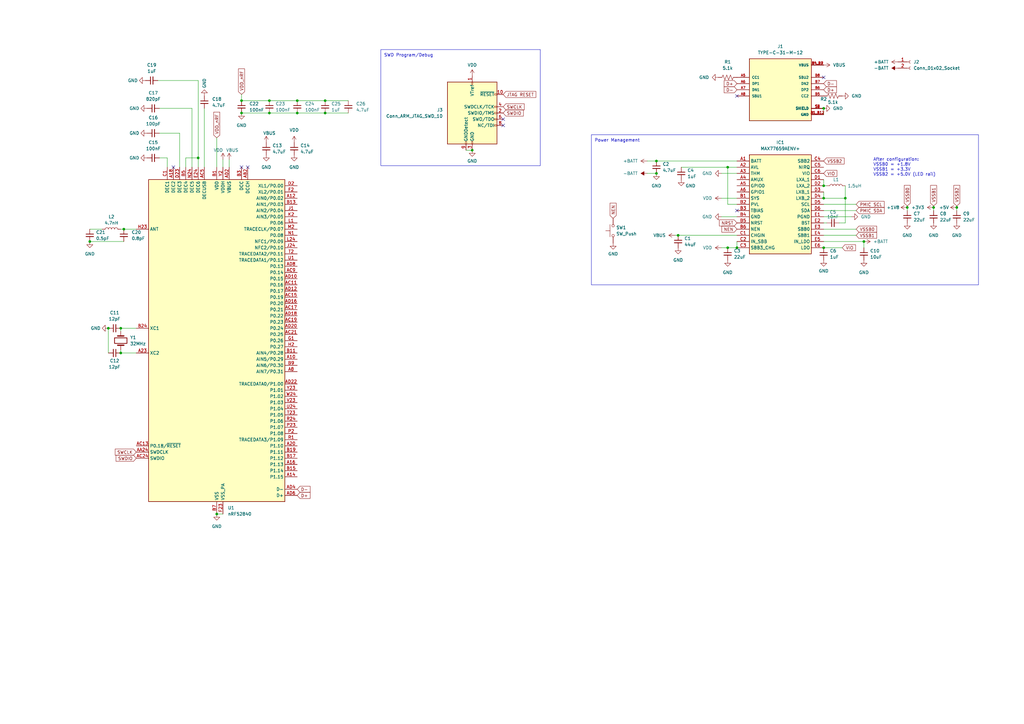
<source format=kicad_sch>
(kicad_sch (version 20230121) (generator eeschema)
  (paper "A3")
  (lib_symbols
    (symbol "Connector:Conn_01x02_Socket" (pin_names (offset 1.016) hide)
      (property "Reference" "J" (at 0 2.54 0))
      (property "Value" "Conn_01x02_Socket" (at 0 -5.08 0))
      (symbol "Conn_01x02_Socket_1_1"
        (arc (start 0 -2.032) (mid -0.5058 -2.54) (end 0 -3.048) (stroke (width 0.1524)))
        (polyline (pts (xy -1.27 -2.54) (xy -0.508 -2.54)) (stroke (width 0.1524)))
        (polyline (pts (xy -1.27 0) (xy -0.508 0)) (stroke (width 0.1524)))
        (arc (start 0 0.508) (mid -0.5058 0) (end 0 -0.508) (stroke (width 0.1524)))
        (pin passive line (at -5.08 0 0) (length 3.81) (name "Pin_1") (number "1"))
        (pin passive line (at -5.08 -2.54 0) (length 3.81) (name "Pin_2") (number "2"))
      )
    )
    (symbol "Connector:Conn_ARM_JTAG_SWD_10" (pin_names (offset 1.016))
      (property "Reference" "J" (at -2.54 16.51 0))
      (property "Value" "Conn_ARM_JTAG_SWD_10" (at -2.54 13.97 0))
      (symbol "Conn_ARM_JTAG_SWD_10_0_1"
        (rectangle (start -10.16 12.7) (end 10.16 -12.7) (stroke (width 0.254)) (fill (type background)))
        (rectangle (start -2.794 -12.7) (end -2.286 -11.684))
        (rectangle (start -0.254 -12.7) (end 0.254 -11.684))
        (rectangle (start -0.254 12.7) (end 0.254 11.684))
        (rectangle (start 9.144 2.286) (end 10.16 2.794))
        (rectangle (start 10.16 -2.794) (end 9.144 -2.286))
        (rectangle (start 10.16 -0.254) (end 9.144 0.254))
        (rectangle (start 10.16 7.874) (end 9.144 7.366))
      )
      (symbol "Conn_ARM_JTAG_SWD_10_1_1"
        (rectangle (start 9.144 -5.334) (end 10.16 -4.826))
        (pin power_in line (at 0 15.24 270) (length 2.54) (name "VTref") (number "1"))
        (pin open_collector line (at 12.7 7.62 180) (length 2.54) (name "~{RESET}") (number "10"))
        (pin bidirectional line (at 12.7 0 180) (length 2.54) (name "SWDIO/TMS") (number "2"))
        (pin power_in line (at 0 -15.24 90) (length 2.54) (name "GND") (number "3"))
        (pin output line (at 12.7 2.54 180) (length 2.54) (name "SWDCLK/TCK") (number "4"))
        (pin passive line (at 0 -15.24 90) (length 2.54) hide (name "GND") (number "5"))
        (pin input line (at 12.7 -2.54 180) (length 2.54) (name "SWO/TDO") (number "6"))
        (pin no_connect line (at -10.16 0 0) (length 2.54) hide (name "KEY") (number "7"))
        (pin output line (at 12.7 -5.08 180) (length 2.54) (name "NC/TDI") (number "8"))
        (pin passive line (at -2.54 -15.24 90) (length 2.54) (name "GNDDetect") (number "9"))
      )
    )
    (symbol "Device:C_Small" (pin_numbers hide) (pin_names (offset 0.254) hide)
      (property "Reference" "C" (at 0.254 1.778 0))
      (property "Value" "C_Small" (at 0.254 -2.032 0))
      (symbol "C_Small_0_1"
        (polyline (pts (xy -1.524 -0.508) (xy 1.524 -0.508)) (stroke (width 0.3302)))
        (polyline (pts (xy -1.524 0.508) (xy 1.524 0.508)) (stroke (width 0.3048)))
      )
      (symbol "C_Small_1_1"
        (pin passive line (at 0 2.54 270) (length 2.032) (name "~") (number "1"))
        (pin passive line (at 0 -2.54 90) (length 2.032) (name "~") (number "2"))
      )
    )
    (symbol "Device:Crystal" (pin_numbers hide) (pin_names (offset 1.016) hide)
      (property "Reference" "Y" (at 0 3.81 0))
      (property "Value" "Crystal" (at 0 -3.81 0))
      (symbol "Crystal_0_1"
        (rectangle (start -1.143 2.54) (end 1.143 -2.54) (stroke (width 0.3048)))
        (polyline (pts (xy -2.54 0) (xy -1.905 0)))
        (polyline (pts (xy -1.905 -1.27) (xy -1.905 1.27)) (stroke (width 0.508)))
        (polyline (pts (xy 1.905 -1.27) (xy 1.905 1.27)) (stroke (width 0.508)))
        (polyline (pts (xy 2.54 0) (xy 1.905 0)))
      )
      (symbol "Crystal_1_1"
        (pin passive line (at -3.81 0 0) (length 1.27) (name "1") (number "1"))
        (pin passive line (at 3.81 0 180) (length 1.27) (name "2") (number "2"))
      )
    )
    (symbol "Device:L" (pin_numbers hide) (pin_names (offset 1.016) hide)
      (property "Reference" "L" (at -1.27 0 90))
      (property "Value" "L" (at 1.905 0 90))
      (symbol "L_0_1"
        (arc (start 0 -2.54) (mid 0.6323 -1.905) (end 0 -1.27))
        (arc (start 0 -1.27) (mid 0.6323 -0.635) (end 0 0))
        (arc (start 0 0) (mid 0.6323 0.635) (end 0 1.27))
        (arc (start 0 1.27) (mid 0.6323 1.905) (end 0 2.54))
      )
      (symbol "L_1_1"
        (pin passive line (at 0 3.81 270) (length 1.27) (name "1") (number "1"))
        (pin passive line (at 0 -3.81 90) (length 1.27) (name "2") (number "2"))
      )
    )
    (symbol "Device:R_US" (pin_numbers hide) (pin_names (offset 0))
      (property "Reference" "R" (at 2.54 0 90))
      (property "Value" "R_US" (at -2.54 0 90))
      (symbol "R_US_0_1"
        (polyline (pts (xy 0 -2.286) (xy 0 -2.54)))
        (polyline (pts (xy 0 2.286) (xy 0 2.54)))
        (polyline (pts (xy 0 -0.762) (xy 1.016 -1.143) (xy 0 -1.524) (xy -1.016 -1.905) (xy 0 -2.286)))
        (polyline (pts (xy 0 0.762) (xy 1.016 0.381) (xy 0 0) (xy -1.016 -0.381) (xy 0 -0.762)))
        (polyline (pts (xy 0 2.286) (xy 1.016 1.905) (xy 0 1.524) (xy -1.016 1.143) (xy 0 0.762)))
      )
      (symbol "R_US_1_1"
        (pin passive line (at 0 3.81 270) (length 1.27) (name "~") (number "1"))
        (pin passive line (at 0 -3.81 90) (length 1.27) (name "~") (number "2"))
      )
    )
    (symbol "MAX77659AENV+:MAX77659AENV+"
      (property "Reference" "IC" (at 31.75 7.62 0))
      (property "Value" "MAX77659AENV+" (at 31.75 5.08 0))
      (symbol "MAX77659AENV+_1_1"
        (rectangle (start 5.08 2.54) (end 30.48 -38.1) (stroke (width 0.254)) (fill (type background)))
        (pin passive line (at 0 0 0) (length 5.08) (name "BATT") (number "A1"))
        (pin passive line (at 0 -2.54 0) (length 5.08) (name "AVL") (number "A2"))
        (pin passive line (at 0 -5.08 0) (length 5.08) (name "THM") (number "A3"))
        (pin passive line (at 0 -7.62 0) (length 5.08) (name "AMUX") (number "A4"))
        (pin passive line (at 0 -10.16 0) (length 5.08) (name "GPIO0") (number "A5"))
        (pin passive line (at 0 -12.7 0) (length 5.08) (name "GPIO1") (number "A6"))
        (pin passive line (at 0 -15.24 0) (length 5.08) (name "SYS") (number "B1"))
        (pin passive line (at 0 -17.78 0) (length 5.08) (name "PVL") (number "B2"))
        (pin passive line (at 0 -20.32 0) (length 5.08) (name "TBIAS") (number "B3"))
        (pin passive line (at 0 -22.86 0) (length 5.08) (name "GND") (number "B4"))
        (pin passive line (at 0 -25.4 0) (length 5.08) (name "NRST") (number "B5"))
        (pin passive line (at 0 -27.94 0) (length 5.08) (name "NEN") (number "B6"))
        (pin passive line (at 0 -30.48 0) (length 5.08) (name "CHGIN") (number "C1"))
        (pin passive line (at 0 -33.02 0) (length 5.08) (name "IN_SBB") (number "C2"))
        (pin passive line (at 0 -35.56 0) (length 5.08) (name "SBB3_CHG") (number "C3"))
        (pin passive line (at 35.56 0 180) (length 5.08) (name "SBB2") (number "C4"))
        (pin passive line (at 35.56 -2.54 180) (length 5.08) (name "NIRQ") (number "C5"))
        (pin passive line (at 35.56 -5.08 180) (length 5.08) (name "VIO") (number "C6"))
        (pin passive line (at 35.56 -7.62 180) (length 5.08) (name "LXA_1") (number "D1"))
        (pin passive line (at 35.56 -10.16 180) (length 5.08) (name "LXA_2") (number "D2"))
        (pin passive line (at 35.56 -12.7 180) (length 5.08) (name "LXB_1") (number "D3"))
        (pin passive line (at 35.56 -15.24 180) (length 5.08) (name "LXB_2") (number "D4"))
        (pin passive line (at 35.56 -17.78 180) (length 5.08) (name "SCL") (number "D5"))
        (pin passive line (at 35.56 -20.32 180) (length 5.08) (name "SDA") (number "D6"))
        (pin passive line (at 35.56 -22.86 180) (length 5.08) (name "PGND") (number "E1"))
        (pin passive line (at 35.56 -25.4 180) (length 5.08) (name "BST") (number "E2"))
        (pin passive line (at 35.56 -27.94 180) (length 5.08) (name "SBB0") (number "E3"))
        (pin passive line (at 35.56 -30.48 180) (length 5.08) (name "SBB1") (number "E4"))
        (pin passive line (at 35.56 -33.02 180) (length 5.08) (name "IN_LDO") (number "E5"))
        (pin passive line (at 35.56 -35.56 180) (length 5.08) (name "LDO") (number "E6"))
      )
    )
    (symbol "MCU_Nordic:nRF52840"
      (property "Reference" "U" (at 0 5.08 0))
      (property "Value" "nRF52840" (at 0 2.54 0))
      (symbol "nRF52840_0_1"
        (rectangle (start -27.94 66.04) (end 27.94 -66.04) (stroke (width 0.254)) (fill (type background)))
      )
      (symbol "nRF52840_1_1"
        (pin bidirectional line (at 33.02 -7.62 180) (length 5.08) (name "AIN5/P0.29") (number "A10"))
        (pin bidirectional line (at 33.02 58.42 180) (length 5.08) (name "AIN0/P0.02") (number "A12"))
        (pin bidirectional line (at 33.02 -55.88 180) (length 5.08) (name "P1.15") (number "A14"))
        (pin bidirectional line (at 33.02 -50.8 180) (length 5.08) (name "P1.13") (number "A16"))
        (pin passive line (at -17.78 71.12 270) (length 5.08) (name "DEC2") (number "A18"))
        (pin bidirectional line (at 33.02 -43.18 180) (length 5.08) (name "P1.10") (number "A20"))
        (pin passive line (at 0 71.12 270) (length 5.08) hide (name "VDD") (number "A22"))
        (pin input line (at -33.02 -5.08 0) (length 5.08) (name "XC2") (number "A23"))
        (pin bidirectional line (at 33.02 -12.7 180) (length 5.08) (name "AIN7/P0.31") (number "A8"))
        (pin input line (at -33.02 -45.72 0) (length 5.08) (name "SWDCLK") (number "AA24"))
        (pin power_out line (at 12.7 71.12 270) (length 5.08) (name "DCCH") (number "AB2"))
        (pin bidirectional line (at 33.02 22.86 180) (length 5.08) (name "P0.16") (number "AC11"))
        (pin bidirectional line (at -33.02 -43.18 0) (length 5.08) (name "P0.18/~{RESET}") (number "AC13"))
        (pin bidirectional line (at 33.02 17.78 180) (length 5.08) (name "P0.19") (number "AC15"))
        (pin bidirectional line (at 33.02 12.7 180) (length 5.08) (name "P0.21") (number "AC17"))
        (pin bidirectional line (at 33.02 7.62 180) (length 5.08) (name "P0.23") (number "AC19"))
        (pin bidirectional line (at 33.02 2.54 180) (length 5.08) (name "P0.25") (number "AC21"))
        (pin bidirectional line (at -33.02 -48.26 0) (length 5.08) (name "SWDIO") (number "AC24"))
        (pin passive line (at -5.08 71.12 270) (length 5.08) (name "DECUSB") (number "AC5"))
        (pin bidirectional line (at 33.02 27.94 180) (length 5.08) (name "P0.14") (number "AC9"))
        (pin bidirectional line (at 33.02 25.4 180) (length 5.08) (name "P0.15") (number "AD10"))
        (pin bidirectional line (at 33.02 20.32 180) (length 5.08) (name "P0.17") (number "AD12"))
        (pin passive line (at 0 71.12 270) (length 5.08) hide (name "VDD") (number "AD14"))
        (pin bidirectional line (at 33.02 15.24 180) (length 5.08) (name "P0.20") (number "AD16"))
        (pin bidirectional line (at 33.02 10.16 180) (length 5.08) (name "P0.22") (number "AD18"))
        (pin power_in line (at 5.08 71.12 270) (length 5.08) (name "VBUS") (number "AD2"))
        (pin bidirectional line (at 33.02 5.08 180) (length 5.08) (name "P0.24") (number "AD20"))
        (pin bidirectional line (at 33.02 -17.78 180) (length 5.08) (name "TRACEDATA0/P1.00") (number "AD22"))
        (pin passive line (at 0 71.12 270) (length 5.08) hide (name "VDD") (number "AD23"))
        (pin bidirectional line (at 33.02 -60.96 180) (length 5.08) (name "D-") (number "AD4"))
        (pin bidirectional line (at 33.02 -63.5 180) (length 5.08) (name "D+") (number "AD6"))
        (pin bidirectional line (at 33.02 30.48 180) (length 5.08) (name "P0.13") (number "AD8"))
        (pin power_in line (at 0 71.12 270) (length 5.08) (name "VDD") (number "B1"))
        (pin bidirectional line (at 33.02 -5.08 180) (length 5.08) (name "AIN4/P0.28") (number "B11"))
        (pin bidirectional line (at 33.02 55.88 180) (length 5.08) (name "AIN1/P0.03") (number "B13"))
        (pin bidirectional line (at 33.02 -53.34 180) (length 5.08) (name "P1.14") (number "B15"))
        (pin bidirectional line (at 33.02 -48.26 180) (length 5.08) (name "P1.12") (number "B17"))
        (pin bidirectional line (at 33.02 -45.72 180) (length 5.08) (name "P1.11") (number "B19"))
        (pin input line (at -33.02 5.08 0) (length 5.08) (name "XC1") (number "B24"))
        (pin power_out line (at 10.16 71.12 270) (length 5.08) (name "DCC") (number "B3"))
        (pin passive line (at -12.7 71.12 270) (length 5.08) (name "DEC4") (number "B5"))
        (pin power_in line (at 0 -71.12 90) (length 5.08) (name "VSS") (number "B7"))
        (pin bidirectional line (at 33.02 -10.16 180) (length 5.08) (name "AIN6/P0.30") (number "B9"))
        (pin passive line (at -20.32 71.12 270) (length 5.08) (name "DEC1") (number "C1"))
        (pin bidirectional line (at 33.02 63.5 180) (length 5.08) (name "XL1/P0.00") (number "D2"))
        (pin passive line (at -15.24 71.12 270) (length 5.08) (name "DEC3") (number "D23"))
        (pin passive line (at -7.62 71.12 270) (length 5.08) (name "DEC6") (number "E24"))
        (pin passive line (at 0 -71.12 90) (length 5.08) hide (name "VSS") (number "EP"))
        (pin bidirectional line (at 33.02 60.96 180) (length 5.08) (name "XL2/P0.01") (number "F2"))
        (pin power_in line (at 2.54 -71.12 90) (length 5.08) (name "VSS_PA") (number "F23"))
        (pin bidirectional line (at 33.02 0 180) (length 5.08) (name "P0.26") (number "G1"))
        (pin bidirectional line (at 33.02 -2.54 180) (length 5.08) (name "P0.27") (number "H2"))
        (pin passive line (at -33.02 45.72 0) (length 5.08) (name "ANT") (number "H23"))
        (pin bidirectional line (at 33.02 53.34 180) (length 5.08) (name "AIN2/P0.04") (number "J1"))
        (pin bidirectional line (at 33.02 38.1 180) (length 5.08) (name "NFC2/P0.10") (number "J24"))
        (pin bidirectional line (at 33.02 50.8 180) (length 5.08) (name "AIN3/P0.05") (number "K2"))
        (pin bidirectional line (at 33.02 48.26 180) (length 5.08) (name "P0.06") (number "L1"))
        (pin bidirectional line (at 33.02 40.64 180) (length 5.08) (name "NFC1/P0.09") (number "L24"))
        (pin bidirectional line (at 33.02 45.72 180) (length 5.08) (name "TRACECLK/P0.07") (number "M2"))
        (pin bidirectional line (at 33.02 43.18 180) (length 5.08) (name "P0.08") (number "N1"))
        (pin passive line (at -10.16 71.12 270) (length 5.08) (name "DEC5") (number "N24"))
        (pin bidirectional line (at 33.02 -38.1 180) (length 5.08) (name "P1.08") (number "P2"))
        (pin bidirectional line (at 33.02 -35.56 180) (length 5.08) (name "P1.07") (number "P23"))
        (pin bidirectional line (at 33.02 -40.64 180) (length 5.08) (name "TRACEDATA3/P1.09") (number "R1"))
        (pin bidirectional line (at 33.02 -33.02 180) (length 5.08) (name "P1.06") (number "R24"))
        (pin bidirectional line (at 33.02 35.56 180) (length 5.08) (name "TRACEDATA2/P0.11") (number "T2"))
        (pin bidirectional line (at 33.02 -30.48 180) (length 5.08) (name "P1.05") (number "T23"))
        (pin bidirectional line (at 33.02 33.02 180) (length 5.08) (name "TRACEDATA1/P0.12") (number "U1"))
        (pin bidirectional line (at 33.02 -27.94 180) (length 5.08) (name "P1.04") (number "U24"))
        (pin bidirectional line (at 33.02 -25.4 180) (length 5.08) (name "P1.03") (number "V23"))
        (pin passive line (at 0 71.12 270) (length 5.08) hide (name "VDD") (number "W1"))
        (pin bidirectional line (at 33.02 -22.86 180) (length 5.08) (name "P1.02") (number "W24"))
        (pin power_in line (at 2.54 71.12 270) (length 5.08) (name "VDDH") (number "Y2"))
        (pin bidirectional line (at 33.02 -20.32 180) (length 5.08) (name "P1.01") (number "Y23"))
      )
    )
    (symbol "Switch:SW_Push" (pin_numbers hide) (pin_names (offset 1.016) hide)
      (property "Reference" "SW" (at 1.27 2.54 0))
      (property "Value" "SW_Push" (at 0 -1.524 0))
      (symbol "SW_Push_0_1"
        (circle (center -2.032 0) (radius 0.508))
        (polyline (pts (xy 0 1.27) (xy 0 3.048)))
        (polyline (pts (xy 2.54 1.27) (xy -2.54 1.27)))
        (circle (center 2.032 0) (radius 0.508))
        (pin passive line (at -5.08 0 0) (length 2.54) (name "1") (number "1"))
        (pin passive line (at 5.08 0 180) (length 2.54) (name "2") (number "2"))
      )
    )
    (symbol "TYPE-C-31-M-12:TYPE-C-31-M-12" (pin_names (offset 1.016))
      (property "Reference" "J" (at -12.7 13.462 0))
      (property "Value" "TYPE-C-31-M-12" (at -12.7 -13.462 0))
      (symbol "TYPE-C-31-M-12_0_0"
        (rectangle (start -12.7 -12.7) (end 12.7 12.7) (stroke (width 0.254)) (fill (type background)))
        (pin power_in line (at 17.78 -10.16 180) (length 5.08) (name "GND") (number "A1_B12"))
        (pin power_in line (at 17.78 10.16 180) (length 5.08) (name "VBUS") (number "A4_B9"))
        (pin bidirectional line (at -17.78 5.08 0) (length 5.08) (name "CC1") (number "A5"))
        (pin bidirectional line (at -17.78 2.54 0) (length 5.08) (name "DP1") (number "A6"))
        (pin bidirectional line (at -17.78 0 0) (length 5.08) (name "DN1") (number "A7"))
        (pin bidirectional line (at -17.78 -2.54 0) (length 5.08) (name "SBU1") (number "A8"))
        (pin power_in line (at 17.78 -10.16 180) (length 5.08) (name "GND") (number "B1_A12"))
        (pin power_in line (at 17.78 10.16 180) (length 5.08) (name "VBUS") (number "B4_A9"))
        (pin bidirectional line (at 17.78 -2.54 180) (length 5.08) (name "CC2") (number "B5"))
        (pin bidirectional line (at 17.78 0 180) (length 5.08) (name "DP2") (number "B6"))
        (pin bidirectional line (at 17.78 2.54 180) (length 5.08) (name "DN2") (number "B7"))
        (pin bidirectional line (at 17.78 5.08 180) (length 5.08) (name "SBU2") (number "B8"))
        (pin passive line (at 17.78 -7.62 180) (length 5.08) (name "SHIELD") (number "S1"))
        (pin passive line (at 17.78 -7.62 180) (length 5.08) (name "SHIELD") (number "S2"))
        (pin passive line (at 17.78 -7.62 180) (length 5.08) (name "SHIELD") (number "S3"))
        (pin passive line (at 17.78 -7.62 180) (length 5.08) (name "SHIELD") (number "S4"))
      )
    )
    (symbol "power:+1V8" (power) (pin_names (offset 0))
      (property "Value" "+1V8" (at 0 3.556 0))
      (symbol "+1V8_0_1"
        (polyline (pts (xy -0.762 1.27) (xy 0 2.54)))
        (polyline (pts (xy 0 0) (xy 0 2.54)))
        (polyline (pts (xy 0 2.54) (xy 0.762 1.27)))
      )
      (symbol "+1V8_1_1"
        (pin power_in line (at 0 0 90) (length 0) hide (name "+1V8") (number "1"))
      )
    )
    (symbol "power:+3V3" (power) (pin_names (offset 0))
      (property "Value" "+3V3" (at 0 3.556 0))
      (symbol "+3V3_0_1"
        (polyline (pts (xy -0.762 1.27) (xy 0 2.54)))
        (polyline (pts (xy 0 0) (xy 0 2.54)))
        (polyline (pts (xy 0 2.54) (xy 0.762 1.27)))
      )
      (symbol "+3V3_1_1"
        (pin power_in line (at 0 0 90) (length 0) hide (name "+3V3") (number "1"))
      )
    )
    (symbol "power:+5V" (power) (pin_names (offset 0))
      (property "Value" "+5V" (at 0 3.556 0))
      (symbol "+5V_0_1"
        (polyline (pts (xy -0.762 1.27) (xy 0 2.54)))
        (polyline (pts (xy 0 0) (xy 0 2.54)))
        (polyline (pts (xy 0 2.54) (xy 0.762 1.27)))
      )
      (symbol "+5V_1_1"
        (pin power_in line (at 0 0 90) (length 0) hide (name "+5V") (number "1"))
      )
    )
    (symbol "power:+BATT" (power) (pin_names (offset 0))
      (property "Value" "+BATT" (at 0 3.556 0))
      (symbol "+BATT_0_1"
        (polyline (pts (xy -0.762 1.27) (xy 0 2.54)))
        (polyline (pts (xy 0 0) (xy 0 2.54)))
        (polyline (pts (xy 0 2.54) (xy 0.762 1.27)))
      )
      (symbol "+BATT_1_1"
        (pin power_in line (at 0 0 90) (length 0) hide (name "+BATT") (number "1"))
      )
    )
    (symbol "power:-BATT" (power) (pin_names (offset 0))
      (property "Value" "-BATT" (at 0 3.556 0))
      (symbol "-BATT_0_1"
        (polyline (pts (xy 0 0) (xy 0 2.54)))
        (polyline (pts (xy 0.762 1.27) (xy -0.762 1.27) (xy 0 2.54) (xy 0.762 1.27)) (fill (type outline)))
      )
      (symbol "-BATT_1_1"
        (pin power_in line (at 0 0 90) (length 0) hide (name "-BATT") (number "1"))
      )
    )
    (symbol "power:GND" (power) (pin_names (offset 0))
      (property "Value" "GND" (at 0 -3.81 0))
      (symbol "GND_0_1"
        (polyline (pts (xy 0 0) (xy 0 -1.27) (xy 1.27 -1.27) (xy 0 -2.54) (xy -1.27 -1.27) (xy 0 -1.27)))
      )
      (symbol "GND_1_1"
        (pin power_in line (at 0 0 270) (length 0) hide (name "GND") (number "1"))
      )
    )
    (symbol "power:VBUS" (power) (pin_names (offset 0))
      (property "Value" "VBUS" (at 0 3.81 0))
      (symbol "VBUS_0_1"
        (polyline (pts (xy -0.762 1.27) (xy 0 2.54)))
        (polyline (pts (xy 0 0) (xy 0 2.54)))
        (polyline (pts (xy 0 2.54) (xy 0.762 1.27)))
      )
      (symbol "VBUS_1_1"
        (pin power_in line (at 0 0 90) (length 0) hide (name "VBUS") (number "1"))
      )
    )
    (symbol "power:VDD" (power) (pin_names (offset 0))
      (property "Value" "VDD" (at 0 3.81 0))
      (symbol "VDD_0_1"
        (polyline (pts (xy -0.762 1.27) (xy 0 2.54)))
        (polyline (pts (xy 0 0) (xy 0 2.54)))
        (polyline (pts (xy 0 2.54) (xy 0.762 1.27)))
      )
      (symbol "VDD_1_1"
        (pin power_in line (at 0 0 90) (length 0) hide (name "VDD") (number "1"))
      )
    )
  )
  (junction (at 298.45 68.58))
  (junction (at 121.92 41.275))
  (junction (at 193.675 61.595))
  (junction (at 110.49 41.275))
  (junction (at 382.905 85.09))
  (junction (at 81.28 64.77))
  (junction (at 99.06 46.355))
  (junction (at 269.24 71.12))
  (junction (at 88.9 210.82))
  (junction (at 36.83 99.06))
  (junction (at 354.33 99.06))
  (junction (at 302.26 101.6))
  (junction (at 337.82 81.28))
  (junction (at 133.35 46.355))
  (junction (at 337.82 101.6))
  (junction (at 99.06 41.275))
  (junction (at 44.45 134.62))
  (junction (at 133.35 41.275))
  (junction (at 278.13 96.52))
  (junction (at 337.82 44.45))
  (junction (at 50.8 93.98))
  (junction (at 49.53 134.62))
  (junction (at 298.45 101.6))
  (junction (at 269.24 66.04))
  (junction (at 121.92 46.355))
  (junction (at 346.71 81.28))
  (junction (at 392.43 85.09))
  (junction (at 337.82 76.2))
  (junction (at 110.49 46.355))
  (junction (at 372.11 85.09))
  (junction (at 49.53 144.78))
  (no_connect (at 337.82 31.75))
  (no_connect (at 101.6 68.58))
  (no_connect (at 206.375 48.895))
  (no_connect (at 302.26 39.37))
  (no_connect (at 71.12 68.58))
  (no_connect (at 206.375 51.435))
  (no_connect (at 99.06 68.58))
  (no_connect (at 302.26 86.36))
  (wire (pts (xy 121.92 41.275) (xy 133.35 41.275)))
  (wire (pts (xy 265.43 71.12) (xy 269.24 71.12)))
  (wire (pts (xy 392.43 84.455) (xy 392.43 85.09)))
  (wire (pts (xy 351.155 83.82) (xy 337.82 83.82)))
  (wire (pts (xy 93.98 65.405) (xy 93.98 68.58)))
  (wire (pts (xy 392.43 85.09) (xy 392.43 86.36)))
  (wire (pts (xy 36.83 93.98) (xy 41.91 93.98)))
  (wire (pts (xy 337.82 81.28) (xy 346.71 81.28)))
  (wire (pts (xy 110.49 41.275) (xy 121.92 41.275)))
  (wire (pts (xy 344.17 91.44) (xy 346.71 91.44)))
  (wire (pts (xy 295.91 88.9) (xy 302.26 88.9)))
  (wire (pts (xy 354.33 101.6) (xy 354.33 99.06)))
  (wire (pts (xy 49.53 134.62) (xy 55.88 134.62)))
  (wire (pts (xy 73.66 54.61) (xy 73.66 68.58)))
  (wire (pts (xy 68.58 64.77) (xy 68.58 68.58)))
  (wire (pts (xy 36.83 99.06) (xy 50.8 99.06)))
  (wire (pts (xy 99.06 41.275) (xy 110.49 41.275)))
  (wire (pts (xy 110.49 46.355) (xy 121.92 46.355)))
  (wire (pts (xy 295.91 101.6) (xy 298.45 101.6)))
  (wire (pts (xy 269.24 66.04) (xy 302.26 66.04)))
  (wire (pts (xy 354.33 99.06) (xy 337.82 99.06)))
  (wire (pts (xy 44.45 134.62) (xy 44.45 144.78)))
  (wire (pts (xy 99.06 46.355) (xy 110.49 46.355)))
  (wire (pts (xy 265.43 66.04) (xy 269.24 66.04)))
  (wire (pts (xy 49.53 144.78) (xy 55.88 144.78)))
  (wire (pts (xy 346.71 91.44) (xy 346.71 81.28)))
  (wire (pts (xy 337.82 93.98) (xy 351.155 93.98)))
  (wire (pts (xy 91.44 65.405) (xy 91.44 68.58)))
  (wire (pts (xy 382.905 84.455) (xy 382.905 85.09)))
  (wire (pts (xy 276.86 96.52) (xy 278.13 96.52)))
  (wire (pts (xy 337.82 76.2) (xy 339.09 76.2)))
  (wire (pts (xy 298.45 68.58) (xy 298.45 83.82)))
  (wire (pts (xy 337.82 78.74) (xy 337.82 81.28)))
  (wire (pts (xy 65.405 44.45) (xy 78.74 44.45)))
  (wire (pts (xy 382.905 85.09) (xy 382.905 86.36)))
  (wire (pts (xy 295.91 71.12) (xy 302.26 71.12)))
  (wire (pts (xy 372.11 84.455) (xy 372.11 85.09)))
  (wire (pts (xy 65.405 54.61) (xy 73.66 54.61)))
  (wire (pts (xy 133.35 41.275) (xy 142.875 41.275)))
  (wire (pts (xy 351.155 96.52) (xy 337.82 96.52)))
  (wire (pts (xy 50.8 93.98) (xy 55.88 93.98)))
  (wire (pts (xy 81.28 33.02) (xy 64.77 33.02)))
  (wire (pts (xy 298.45 83.82) (xy 302.26 83.82)))
  (wire (pts (xy 78.74 44.45) (xy 78.74 68.58)))
  (wire (pts (xy 298.45 101.6) (xy 302.26 101.6)))
  (wire (pts (xy 133.35 46.355) (xy 142.875 46.355)))
  (wire (pts (xy 337.82 86.36) (xy 351.155 86.36)))
  (wire (pts (xy 349.25 88.9) (xy 337.82 88.9)))
  (wire (pts (xy 302.26 99.06) (xy 302.26 101.6)))
  (wire (pts (xy 81.28 64.77) (xy 81.28 33.02)))
  (wire (pts (xy 49.53 143.51) (xy 49.53 144.78)))
  (wire (pts (xy 88.9 56.515) (xy 88.9 68.58)))
  (wire (pts (xy 372.11 85.09) (xy 372.11 86.36)))
  (wire (pts (xy 295.91 81.28) (xy 302.26 81.28)))
  (wire (pts (xy 76.2 68.58) (xy 76.2 64.77)))
  (wire (pts (xy 65.405 64.77) (xy 68.58 64.77)))
  (wire (pts (xy 83.82 68.58) (xy 83.82 44.45)))
  (wire (pts (xy 81.28 64.77) (xy 81.28 68.58)))
  (wire (pts (xy 121.92 46.355) (xy 133.35 46.355)))
  (wire (pts (xy 337.82 101.6) (xy 345.44 101.6)))
  (wire (pts (xy 302.26 68.58) (xy 298.45 68.58)))
  (wire (pts (xy 49.53 135.89) (xy 49.53 134.62)))
  (wire (pts (xy 99.06 38.735) (xy 99.06 41.275)))
  (wire (pts (xy 49.53 93.98) (xy 50.8 93.98)))
  (wire (pts (xy 279.4 68.58) (xy 298.45 68.58)))
  (wire (pts (xy 191.135 61.595) (xy 193.675 61.595)))
  (wire (pts (xy 339.09 91.44) (xy 337.82 91.44)))
  (wire (pts (xy 337.82 44.45) (xy 337.82 46.99)))
  (wire (pts (xy 76.2 64.77) (xy 81.28 64.77)))
  (wire (pts (xy 346.71 81.28) (xy 346.71 76.2)))
  (wire (pts (xy 88.9 210.82) (xy 91.44 210.82)))
  (wire (pts (xy 337.82 73.66) (xy 337.82 76.2)))
  (wire (pts (xy 278.13 96.52) (xy 302.26 96.52)))
  (rectangle (start 242.57 55.245) (end 401.32 116.84))
  (rectangle (start 156.21 20.32) (end 221.615 67.945))
  (text "SWD Program/Debug" (at 157.48 23.495 0) (effects (font (size 1.27 1.27)) (justify left bottom)))
  (text "Power Management" (at 243.84 58.42 0) (effects (font (size 1.27 1.27)) (justify left bottom)))
  (text "After configuration:\nVSSB0 = +1.8V\nVSSB1 = +3.3V\nVSSB2 = +5.0V (LED rail)" (at 358.14 72.39 0) (effects (font (size 1.27 1.27)) (justify left bottom)))
  (global_label "D+" (shape input) (at 121.92 203.2 0) (property "Intersheetrefs" "${INTERSHEET_REFS}" (effects hide)))
  (global_label "VSSB2" (shape input) (at 337.82 66.04 0) (property "Intersheetrefs" "${INTERSHEET_REFS}" (effects hide)))
  (global_label "JTAG RESET" (shape input) (at 206.375 38.735 0) (property "Intersheetrefs" "${INTERSHEET_REFS}" (effects hide)))
  (global_label "VSSB0" (shape input) (at 351.155 93.98 0) (property "Intersheetrefs" "${INTERSHEET_REFS}" (effects hide)))
  (global_label "NEN" (shape input) (at 251.46 89.535 90) (property "Intersheetrefs" "${INTERSHEET_REFS}" (effects hide)))
  (global_label "NRST" (shape input) (at 302.26 91.44 180) (property "Intersheetrefs" "${INTERSHEET_REFS}" (effects hide)))
  (global_label "D+" (shape input) (at 337.82 36.83 0) (property "Intersheetrefs" "${INTERSHEET_REFS}" (effects hide)))
  (global_label "SWCLK" (shape input) (at 55.88 185.42 180) (property "Intersheetrefs" "${INTERSHEET_REFS}" (effects hide)))
  (global_label "VSSB1" (shape input) (at 351.155 96.52 0) (property "Intersheetrefs" "${INTERSHEET_REFS}" (effects hide)))
  (global_label "PMIC SDA" (shape input) (at 351.155 86.36 0) (property "Intersheetrefs" "${INTERSHEET_REFS}" (effects hide)))
  (global_label "D-" (shape input) (at 121.92 200.66 0) (property "Intersheetrefs" "${INTERSHEET_REFS}" (effects hide)))
  (global_label "PMIC SCL" (shape input) (at 351.155 83.82 0) (property "Intersheetrefs" "${INTERSHEET_REFS}" (effects hide)))
  (global_label "D-" (shape input) (at 337.82 34.29 0) (property "Intersheetrefs" "${INTERSHEET_REFS}" (effects hide)))
  (global_label "NEN" (shape input) (at 302.26 93.98 180) (property "Intersheetrefs" "${INTERSHEET_REFS}" (effects hide)))
  (global_label "VIO" (shape input) (at 337.82 71.12 0) (property "Intersheetrefs" "${INTERSHEET_REFS}" (effects hide)))
  (global_label "VDD_nRF" (shape input) (at 99.06 38.735 90) (property "Intersheetrefs" "${INTERSHEET_REFS}" (effects hide)))
  (global_label "D+" (shape input) (at 302.26 34.29 180) (property "Intersheetrefs" "${INTERSHEET_REFS}" (effects hide)))
  (global_label "VIO" (shape input) (at 345.44 101.6 0) (property "Intersheetrefs" "${INTERSHEET_REFS}" (effects hide)))
  (global_label "VSSB0" (shape input) (at 372.11 84.455 90) (property "Intersheetrefs" "${INTERSHEET_REFS}" (effects hide)))
  (global_label "VSSB2" (shape input) (at 392.43 84.455 90) (property "Intersheetrefs" "${INTERSHEET_REFS}" (effects hide)))
  (global_label "SWDIO" (shape input) (at 206.375 46.355 0) (property "Intersheetrefs" "${INTERSHEET_REFS}" (effects hide)))
  (global_label "SWCLK" (shape input) (at 206.375 43.815 0) (property "Intersheetrefs" "${INTERSHEET_REFS}" (effects hide)))
  (global_label "VDD_nRF" (shape input) (at 88.9 56.515 90) (property "Intersheetrefs" "${INTERSHEET_REFS}" (effects hide)))
  (global_label "D-" (shape input) (at 302.26 36.83 180) (property "Intersheetrefs" "${INTERSHEET_REFS}" (effects hide)))
  (global_label "VSSB1" (shape input) (at 382.905 84.455 90) (property "Intersheetrefs" "${INTERSHEET_REFS}" (effects hide)))
  (global_label "SWDIO" (shape input) (at 55.88 187.96 180) (property "Intersheetrefs" "${INTERSHEET_REFS}" (effects hide)))
  (symbol (lib_id "Device:C_Small") (at 36.83 96.52 0) (unit 1)
    (property "Reference" "C21" (at 39.37 95.2563 0) (effects (justify left)))
    (property "Value" "0.5pF" (at 39.37 97.7963 0) (effects (justify left)))
  )
  (symbol (lib_id "power:GND") (at 60.325 44.45 270) (unit 1)
    (property "Reference" "#PWR039" (effects hide))
    (property "Value" "GND" (at 57.15 44.45 90) (effects (justify right)))
  )
  (symbol (lib_id "Connector:Conn_ARM_JTAG_SWD_10") (at 193.675 46.355 0) (unit 1)
    (property "Reference" "J3" (at 181.61 45.085 0) (effects (justify right)))
    (property "Value" "Conn_ARM_JTAG_SWD_10" (at 181.61 47.625 0) (effects (justify right)))
    (property "Datasheet" "http://infocenter.arm.com/help/topic/com.arm.doc.ddi0314h/DDI0314H_coresight_components_trm.pdf" (effects hide))
  )
  (symbol (lib_id "Device:R_US") (at 341.63 39.37 270) (unit 1)
    (property "Reference" "R2" (at 337.82 40.64 90))
    (property "Value" "5.1k" (at 341.63 41.91 90))
  )
  (symbol (lib_id "power:VBUS") (at 337.82 26.67 270) (unit 1)
    (property "Reference" "#PWR011" (effects hide))
    (property "Value" "VBUS" (at 341.63 26.67 90) (effects (justify left)))
  )
  (symbol (lib_id "Device:C_Small") (at 83.82 41.91 0) (unit 1)
    (property "Reference" "C18" (at 86.995 40.6463 0) (effects (justify left)))
    (property "Value" "4.7uF" (at 86.995 43.1863 0) (effects (justify left)))
  )
  (symbol (lib_id "power:VBUS") (at 109.22 58.42 0) (unit 1)
    (property "Reference" "#PWR033" (effects hide))
    (property "Value" "VBUS" (at 110.49 54.61 0))
  )
  (symbol (lib_id "power:GND") (at 337.82 44.45 90) (unit 1)
    (property "Reference" "#PWR01" (effects hide))
    (property "Value" "GND" (at 341.63 44.45 90) (effects (justify right)))
  )
  (symbol (lib_id "Device:C_Small") (at 121.92 43.815 0) (unit 1)
    (property "Reference" "C24" (at 125.095 42.5513 0) (effects (justify left)))
    (property "Value" "100nF" (at 125.095 45.0913 0) (effects (justify left)))
  )
  (symbol (lib_id "MCU_Nordic:nRF52840") (at 88.9 139.7 0) (unit 1)
    (property "Reference" "U1" (at 93.3959 208.28 0) (effects (justify left)))
    (property "Value" "nRF52840" (at 93.3959 210.82 0) (effects (justify left)))
    (property "Footprint" "Package_DFN_QFN:Nordic_AQFN-73-1EP_7x7mm_P0.5mm" (effects hide))
    (property "Datasheet" "http://infocenter.nordicsemi.com/topic/com.nordic.infocenter.nrf52/dita/nrf52/chips/nrf52840.html" (effects hide))
  )
  (symbol (lib_id "Device:C_Small") (at 278.13 99.06 0) (unit 1)
    (property "Reference" "C1" (at 280.67 97.7963 0) (effects (justify left)))
    (property "Value" "44uF" (at 280.67 100.3363 0) (effects (justify left)))
  )
  (symbol (lib_id "power:GND") (at 269.24 71.12 0) (unit 1)
    (property "Reference" "#PWR03" (effects hide))
    (property "Value" "GND" (at 269.24 76.2 0))
  )
  (symbol (lib_id "TYPE-C-31-M-12:TYPE-C-31-M-12") (at 320.04 36.83 0) (unit 1)
    (property "Reference" "J1" (at 320.04 19.05 0))
    (property "Value" "TYPE-C-31-M-12" (at 320.04 21.59 0))
    (property "Footprint" "HRO_TYPE-C-31-M-12" (effects hide))
    (property "PARTREV" "2020.12.08" (effects hide))
    (property "MANUFACTURER" "HRO Electronics Co., Ltd." (effects hide))
    (property "SNAPEDA_PN" "TYPE-C-31-M-12" (effects hide))
    (property "MAXIMUM_PACKAGE_HEIGHT" "3.26 mm" (effects hide))
    (property "STANDARD" "Manufacturer Recommendations" (effects hide))
  )
  (symbol (lib_id "power:GND") (at 60.325 64.77 270) (unit 1)
    (property "Reference" "#PWR037" (effects hide))
    (property "Value" "GND" (at 57.15 64.77 90) (effects (justify right)))
  )
  (symbol (lib_id "power:GND") (at 295.91 71.12 270) (unit 1)
    (property "Reference" "#PWR07" (effects hide))
    (property "Value" "GND" (at 292.1 71.12 90) (effects (justify right)))
  )
  (symbol (lib_id "Device:R_US") (at 298.45 31.75 90) (unit 1)
    (property "Reference" "R1" (at 298.45 25.4 90))
    (property "Value" "5.1k" (at 298.45 27.94 90))
  )
  (symbol (lib_id "power:VDD") (at 193.675 31.115 0) (unit 1)
    (property "Reference" "#PWR045" (effects hide))
    (property "Value" "VDD" (at 193.675 26.67 0))
  )
  (symbol (lib_id "power:VBUS") (at 93.98 65.405 0) (unit 1)
    (property "Reference" "#PWR029" (effects hide))
    (property "Value" "VBUS" (at 95.25 61.595 0))
  )
  (symbol (lib_id "power:+BATT") (at 368.3 25.4 90) (unit 1)
    (property "Reference" "#PWR012" (effects hide))
    (property "Value" "+BATT" (at 364.49 25.4 90) (effects (justify left)))
  )
  (symbol (lib_id "Device:C_Small") (at 62.23 33.02 90) (unit 1)
    (property "Reference" "C19" (at 62.2363 26.67 90))
    (property "Value" "1uF" (at 62.2363 29.21 90))
  )
  (symbol (lib_id "power:+BATT") (at 265.43 66.04 90) (unit 1)
    (property "Reference" "#PWR014" (effects hide))
    (property "Value" "+BATT" (at 261.62 66.04 90) (effects (justify left)))
  )
  (symbol (lib_id "Device:C_Small") (at 46.99 144.78 270) (unit 1)
    (property "Reference" "C12" (at 46.99 147.955 90))
    (property "Value" "12pF" (at 46.99 150.495 90))
  )
  (symbol (lib_id "power:GND") (at 392.43 91.44 0) (unit 1)
    (property "Reference" "#PWR020" (effects hide))
    (property "Value" "GND" (at 392.43 96.52 0))
  )
  (symbol (lib_id "power:GND") (at 278.13 101.6 0) (unit 1)
    (property "Reference" "#PWR02" (effects hide))
    (property "Value" "GND" (at 278.13 106.68 0))
  )
  (symbol (lib_id "power:GND") (at 99.06 46.355 0) (unit 1)
    (property "Reference" "#PWR043" (effects hide))
    (property "Value" "GND" (at 99.06 51.435 0))
  )
  (symbol (lib_id "Device:C_Small") (at 99.06 43.815 0) (unit 1)
    (property "Reference" "C22" (at 102.235 42.5513 0) (effects (justify left)))
    (property "Value" "100nF" (at 102.235 45.0913 0) (effects (justify left)))
  )
  (symbol (lib_id "MAX77659AENV+:MAX77659AENV+") (at 302.26 66.04 0) (unit 1)
    (property "Reference" "IC1" (at 320.04 58.42 0))
    (property "Value" "MAX77659AENV+" (at 320.04 60.96 0))
    (property "Footprint" "BGA30C40P6X5_255X237X50" (effects hide))
    (property "Datasheet" "https://www.mouser.cn/datasheet/2/256/MAX77659-2529092.pdf" (effects hide))
    (property "Height" "0.5" (effects hide))
    (property "Mouser Part Number" "700-MAX77659AENV+" (effects hide))
    (property "Mouser Price/Stock" "https://www.mouser.co.uk/ProductDetail/Maxim-Integrated/MAX77659AENV%2b?qs=Wj%2FVkw3K%252BMDJpM07aXge7g%3D%3D" (effects hide))
    (property "Manufacturer_Name" "Analog Devices" (effects hide))
    (property "Manufacturer_Part_Number" "MAX77659AENV+" (effects hide))
  )
  (symbol (lib_id "power:+3V3") (at 382.905 85.09 90) (unit 1)
    (property "Reference" "#PWR024" (effects hide))
    (property "Value" "+3V3" (at 379.095 85.09 90) (effects (justify left)))
  )
  (symbol (lib_id "Device:C_Small") (at 279.4 71.12 0) (unit 1)
    (property "Reference" "C4" (at 281.94 69.8563 0) (effects (justify left)))
    (property "Value" "1uF" (at 281.94 72.3963 0) (effects (justify left)))
  )
  (symbol (lib_id "power:VDD") (at 295.91 81.28 90) (unit 1)
    (property "Reference" "#PWR017" (effects hide))
    (property "Value" "VDD" (at 292.1 81.28 90) (effects (justify left)))
  )
  (symbol (lib_id "Device:C_Small") (at 354.33 104.14 0) (unit 1)
    (property "Reference" "C10" (at 356.87 102.8763 0) (effects (justify left)))
    (property "Value" "10uF" (at 356.87 105.4163 0) (effects (justify left)))
  )
  (symbol (lib_id "Device:Crystal") (at 49.53 139.7 90) (unit 1)
    (property "Reference" "Y1" (at 53.34 138.43 90) (effects (justify right)))
    (property "Value" "32MHz" (at 53.34 140.97 90) (effects (justify right)))
  )
  (symbol (lib_id "power:GND") (at 88.9 210.82 0) (unit 1)
    (property "Reference" "#PWR032" (effects hide))
    (property "Value" "GND" (at 88.9 215.9 0))
  )
  (symbol (lib_id "Device:C_Small") (at 62.865 64.77 90) (unit 1)
    (property "Reference" "C15" (at 62.8713 58.42 90))
    (property "Value" "100nF" (at 62.8713 60.96 90))
  )
  (symbol (lib_id "power:GND") (at 294.64 31.75 270) (unit 1)
    (property "Reference" "#PWR027" (effects hide))
    (property "Value" "GND" (at 290.83 31.75 90) (effects (justify right)))
  )
  (symbol (lib_id "Device:C_Small") (at 392.43 88.9 0) (unit 1)
    (property "Reference" "C9" (at 394.97 87.6363 0) (effects (justify left)))
    (property "Value" "22uF" (at 394.97 90.1763 0) (effects (justify left)))
  )
  (symbol (lib_id "power:GND") (at 60.325 54.61 270) (unit 1)
    (property "Reference" "#PWR038" (effects hide))
    (property "Value" "GND" (at 57.15 54.61 90) (effects (justify right)))
  )
  (symbol (lib_id "power:GND") (at 349.25 88.9 90) (unit 1)
    (property "Reference" "#PWR08" (effects hide))
    (property "Value" "GND" (at 353.06 88.9 90) (effects (justify right)))
  )
  (symbol (lib_id "power:GND") (at 295.91 88.9 270) (unit 1)
    (property "Reference" "#PWR04" (effects hide))
    (property "Value" "GND" (at 292.1 88.9 90) (effects (justify right)))
  )
  (symbol (lib_id "Device:L") (at 45.72 93.98 90) (unit 1)
    (property "Reference" "L2" (at 45.72 88.9 90))
    (property "Value" "4.7nH" (at 45.72 91.44 90))
  )
  (symbol (lib_id "power:GND") (at 193.675 61.595 0) (unit 1)
    (property "Reference" "#PWR044" (effects hide))
    (property "Value" "GND" (at 193.675 66.04 0))
  )
  (symbol (lib_id "Connector:Conn_01x02_Socket") (at 373.38 25.4 0) (unit 1)
    (property "Reference" "J2" (at 374.65 25.4 0) (effects (justify left)))
    (property "Value" "Conn_01x02_Socket" (at 374.65 27.94 0) (effects (justify left)))
  )
  (symbol (lib_id "power:GND") (at 354.33 106.68 0) (unit 1)
    (property "Reference" "#PWR023" (effects hide))
    (property "Value" "GND" (at 354.33 111.76 0))
  )
  (symbol (lib_id "power:GND") (at 120.65 63.5 0) (unit 1)
    (property "Reference" "#PWR036" (effects hide))
    (property "Value" "GND" (at 120.65 68.58 0))
  )
  (symbol (lib_id "power:GND") (at 345.44 39.37 90) (unit 1)
    (property "Reference" "#PWR028" (effects hide))
    (property "Value" "GND" (at 349.25 39.37 90) (effects (justify right)))
  )
  (symbol (lib_id "Device:C_Small") (at 109.22 60.96 0) (unit 1)
    (property "Reference" "C13" (at 111.76 59.6963 0) (effects (justify left)))
    (property "Value" "4.7uF" (at 111.76 62.2363 0) (effects (justify left)))
  )
  (symbol (lib_id "power:GND") (at 109.22 63.5 0) (unit 1)
    (property "Reference" "#PWR034" (effects hide))
    (property "Value" "GND" (at 109.22 68.58 0))
  )
  (symbol (lib_id "power:GND") (at 251.46 99.695 0) (unit 1)
    (property "Reference" "#PWR09" (effects hide))
    (property "Value" "GND" (at 251.46 104.14 0))
  )
  (symbol (lib_id "Device:C_Small") (at 337.82 104.14 0) (unit 1)
    (property "Reference" "C6" (at 340.36 102.8763 0) (effects (justify left)))
    (property "Value" "1uF" (at 340.36 105.4163 0) (effects (justify left)))
  )
  (symbol (lib_id "power:GND") (at 59.69 33.02 270) (unit 1)
    (property "Reference" "#PWR041" (effects hide))
    (property "Value" "GND" (at 56.515 33.02 90) (effects (justify right)))
  )
  (symbol (lib_id "Device:C_Small") (at 142.875 43.815 0) (unit 1)
    (property "Reference" "C26" (at 146.05 42.5513 0) (effects (justify left)))
    (property "Value" "4.7uF" (at 146.05 45.0913 0) (effects (justify left)))
  )
  (symbol (lib_id "Device:C_Small") (at 62.865 54.61 90) (unit 1)
    (property "Reference" "C16" (at 62.8713 48.26 90))
    (property "Value" "100pF" (at 62.8713 50.8 90))
  )
  (symbol (lib_id "power:VDD") (at 120.65 58.42 0) (unit 1)
    (property "Reference" "#PWR035" (effects hide))
    (property "Value" "VDD" (at 120.65 53.34 0))
  )
  (symbol (lib_id "power:GND") (at 337.82 106.68 0) (unit 1)
    (property "Reference" "#PWR018" (effects hide))
    (property "Value" "GND" (at 337.82 111.125 0))
  )
  (symbol (lib_id "Device:C_Small") (at 120.65 60.96 0) (unit 1)
    (property "Reference" "C14" (at 123.19 59.6963 0) (effects (justify left)))
    (property "Value" "4.7uF" (at 123.19 62.2363 0) (effects (justify left)))
  )
  (symbol (lib_id "Device:C_Small") (at 133.35 43.815 0) (unit 1)
    (property "Reference" "C25" (at 135.89 42.5513 0) (effects (justify left)))
    (property "Value" "1uF" (at 135.89 45.0913 0) (effects (justify left)))
  )
  (symbol (lib_id "Device:C_Small") (at 382.905 88.9 0) (unit 1)
    (property "Reference" "C8" (at 385.445 87.6363 0) (effects (justify left)))
    (property "Value" "22uF" (at 385.445 90.1763 0) (effects (justify left)))
  )
  (symbol (lib_id "Device:C_Small") (at 62.865 44.45 90) (unit 1)
    (property "Reference" "C17" (at 62.8713 38.1 90))
    (property "Value" "820pF" (at 62.8713 40.64 90))
  )
  (symbol (lib_id "Device:C_Small") (at 110.49 43.815 0) (unit 1)
    (property "Reference" "C23" (at 113.03 42.5513 0) (effects (justify left)))
    (property "Value" "100nF" (at 113.03 45.0913 0) (effects (justify left)))
  )
  (symbol (lib_id "Device:C_Small") (at 298.45 104.14 0) (unit 1)
    (property "Reference" "C3" (at 300.99 102.8763 0) (effects (justify left)))
    (property "Value" "22uF" (at 300.99 105.4163 0) (effects (justify left)))
  )
  (symbol (lib_id "Device:C_Small") (at 372.11 88.9 0) (unit 1)
    (property "Reference" "C7" (at 374.65 87.6363 0) (effects (justify left)))
    (property "Value" "22uF" (at 374.65 90.1763 0) (effects (justify left)))
  )
  (symbol (lib_id "power:+5V") (at 392.43 85.09 90) (unit 1)
    (property "Reference" "#PWR026" (effects hide))
    (property "Value" "+5V" (at 389.255 85.09 90) (effects (justify left)))
  )
  (symbol (lib_id "Device:C_Small") (at 341.63 91.44 90) (unit 1)
    (property "Reference" "C5" (at 341.63 86.995 90))
    (property "Value" "10nF" (at 341.63 88.9 90))
  )
  (symbol (lib_id "Device:L") (at 342.9 76.2 90) (unit 1)
    (property "Reference" "L1" (at 342.9 73.66 90))
    (property "Value" "1.5uH" (at 350.52 76.2 90))
  )
  (symbol (lib_id "power:+1V8") (at 372.11 85.09 90) (unit 1)
    (property "Reference" "#PWR025" (effects hide))
    (property "Value" "+1V8" (at 368.935 85.09 90) (effects (justify left)))
  )
  (symbol (lib_id "Device:C_Small") (at 269.24 68.58 0) (unit 1)
    (property "Reference" "C2" (at 271.78 67.3163 0) (effects (justify left)))
    (property "Value" "4.7uF" (at 271.78 69.8563 0) (effects (justify left)))
  )
  (symbol (lib_id "power:GND") (at 298.45 106.68 0) (unit 1)
    (property "Reference" "#PWR05" (effects hide))
    (property "Value" "GND" (at 298.45 111.76 0))
  )
  (symbol (lib_id "power:GND") (at 279.4 73.66 0) (unit 1)
    (property "Reference" "#PWR06" (effects hide))
    (property "Value" "GND" (at 283.21 76.2 0))
  )
  (symbol (lib_id "Device:C_Small") (at 46.99 134.62 90) (unit 1)
    (property "Reference" "C11" (at 46.9963 128.27 90))
    (property "Value" "12pF" (at 46.9963 130.81 90))
  )
  (symbol (lib_id "power:GND") (at 44.45 134.62 270) (unit 1)
    (property "Reference" "#PWR030" (effects hide))
    (property "Value" "GND" (at 41.275 134.62 90) (effects (justify right)))
  )
  (symbol (lib_id "Switch:SW_Push") (at 251.46 94.615 90) (unit 1)
    (property "Reference" "SW1" (at 252.73 93.345 90) (effects (justify right)))
    (property "Value" "SW_Push" (at 252.73 95.885 90) (effects (justify right)))
  )
  (symbol (lib_id "power:GND") (at 83.82 39.37 180) (unit 1)
    (property "Reference" "#PWR040" (effects hide))
    (property "Value" "GND" (at 83.82 36.195 90) (effects (justify right)))
  )
  (symbol (lib_id "power:+BATT") (at 354.33 99.06 270) (unit 1)
    (property "Reference" "#PWR022" (effects hide))
    (property "Value" "+BATT" (at 358.14 99.06 90) (effects (justify left)))
  )
  (symbol (lib_id "power:-BATT") (at 368.3 27.94 90) (unit 1)
    (property "Reference" "#PWR013" (effects hide))
    (property "Value" "-BATT" (at 364.49 27.94 90) (effects (justify left)))
  )
  (symbol (lib_id "power:VDD") (at 91.44 65.405 0) (unit 1)
    (property "Reference" "#PWR031" (effects hide))
    (property "Value" "VDD" (at 89.535 61.595 0))
  )
  (symbol (lib_id "power:GND") (at 372.11 91.44 0) (unit 1)
    (property "Reference" "#PWR021" (effects hide))
    (property "Value" "GND" (at 372.11 96.52 0))
  )
  (symbol (lib_id "power:GND") (at 36.83 99.06 0) (unit 1)
    (property "Reference" "#PWR042" (effects hide))
    (property "Value" "GND" (at 36.83 104.14 0))
  )
  (symbol (lib_id "power:VDD") (at 295.91 101.6 90) (unit 1)
    (property "Reference" "#PWR016" (effects hide))
    (property "Value" "VDD" (at 292.1 101.6 90) (effects (justify left)))
  )
  (symbol (lib_id "power:VBUS") (at 276.86 96.52 90) (unit 1)
    (property "Reference" "#PWR010" (effects hide))
    (property "Value" "VBUS" (at 273.05 96.52 90) (effects (justify left)))
  )
  (symbol (lib_id "Device:C_Small") (at 50.8 96.52 0) (unit 1)
    (property "Reference" "C20" (at 53.975 95.2563 0) (effects (justify left)))
    (property "Value" "0.8pF" (at 53.975 97.7963 0) (effects (justify left)))
  )
  (symbol (lib_id "power:-BATT") (at 265.43 71.12 90) (unit 1)
    (property "Reference" "#PWR015" (effects hide))
    (property "Value" "-BATT" (at 261.62 71.12 90) (effects (justify left)))
  )
  (symbol (lib_id "power:GND") (at 382.905 91.44 0) (unit 1)
    (property "Reference" "#PWR019" (effects hide))
    (property "Value" "GND" (at 382.905 96.52 0))
  )
)
</source>
